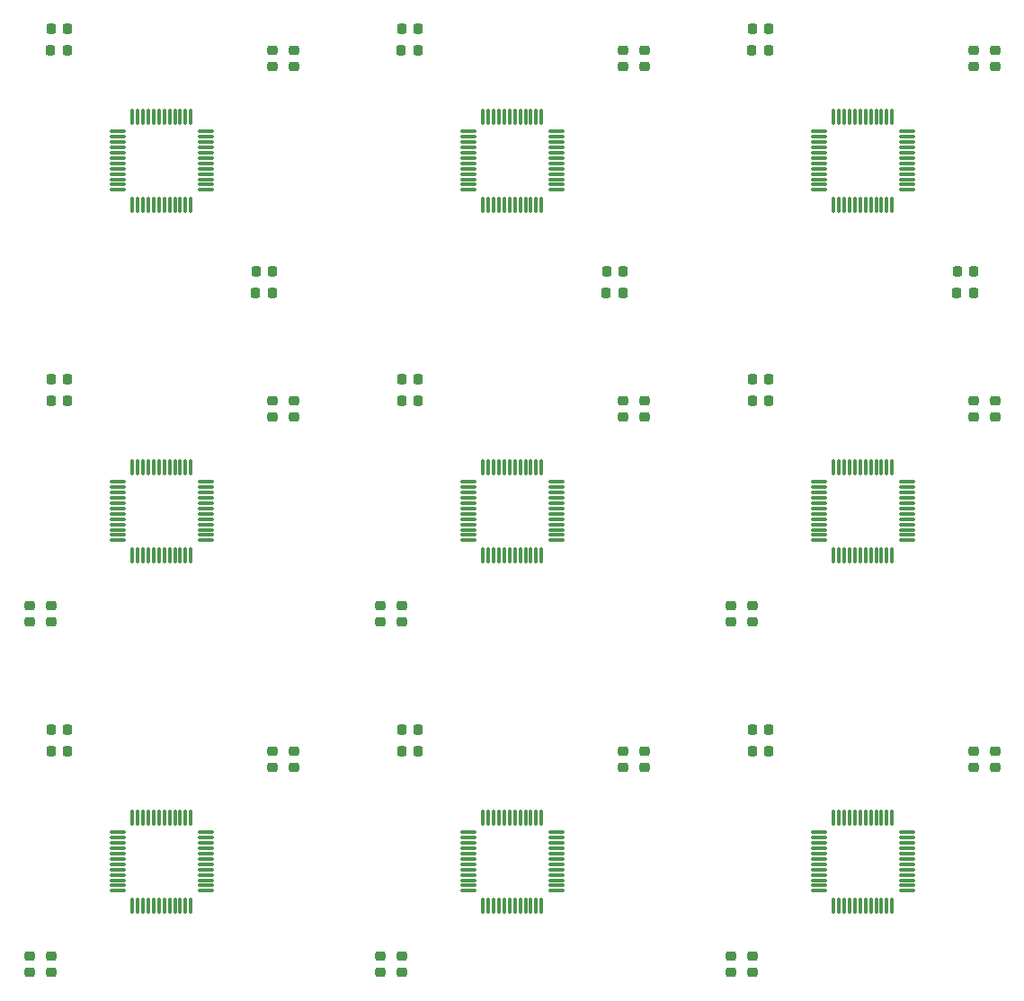
<source format=gbr>
%TF.GenerationSoftware,KiCad,Pcbnew,7.0.8*%
%TF.CreationDate,2024-03-04T23:40:14+01:00*%
%TF.ProjectId,scalenie,7363616c-656e-4696-952e-6b696361645f,rev?*%
%TF.SameCoordinates,Original*%
%TF.FileFunction,Paste,Top*%
%TF.FilePolarity,Positive*%
%FSLAX46Y46*%
G04 Gerber Fmt 4.6, Leading zero omitted, Abs format (unit mm)*
G04 Created by KiCad (PCBNEW 7.0.8) date 2024-03-04 23:40:14*
%MOMM*%
%LPD*%
G01*
G04 APERTURE LIST*
G04 Aperture macros list*
%AMRoundRect*
0 Rectangle with rounded corners*
0 $1 Rounding radius*
0 $2 $3 $4 $5 $6 $7 $8 $9 X,Y pos of 4 corners*
0 Add a 4 corners polygon primitive as box body*
4,1,4,$2,$3,$4,$5,$6,$7,$8,$9,$2,$3,0*
0 Add four circle primitives for the rounded corners*
1,1,$1+$1,$2,$3*
1,1,$1+$1,$4,$5*
1,1,$1+$1,$6,$7*
1,1,$1+$1,$8,$9*
0 Add four rect primitives between the rounded corners*
20,1,$1+$1,$2,$3,$4,$5,0*
20,1,$1+$1,$4,$5,$6,$7,0*
20,1,$1+$1,$6,$7,$8,$9,0*
20,1,$1+$1,$8,$9,$2,$3,0*%
G04 Aperture macros list end*
%ADD10RoundRect,0.075000X0.075000X-0.662500X0.075000X0.662500X-0.075000X0.662500X-0.075000X-0.662500X0*%
%ADD11RoundRect,0.075000X0.662500X-0.075000X0.662500X0.075000X-0.662500X0.075000X-0.662500X-0.075000X0*%
%ADD12RoundRect,0.225000X-0.225000X-0.250000X0.225000X-0.250000X0.225000X0.250000X-0.225000X0.250000X0*%
%ADD13RoundRect,0.225000X0.250000X-0.225000X0.250000X0.225000X-0.250000X0.225000X-0.250000X-0.225000X0*%
%ADD14RoundRect,0.075000X-0.662500X-0.075000X0.662500X-0.075000X0.662500X0.075000X-0.662500X0.075000X0*%
%ADD15RoundRect,0.075000X-0.075000X-0.662500X0.075000X-0.662500X0.075000X0.662500X-0.075000X0.662500X0*%
%ADD16RoundRect,0.225000X-0.250000X0.225000X-0.250000X-0.225000X0.250000X-0.225000X0.250000X0.225000X0*%
G04 APERTURE END LIST*
D10*
%TO.C,U1*%
X143808000Y-160626500D03*
X144308000Y-160626500D03*
X144808000Y-160626500D03*
X145308000Y-160626500D03*
X145808000Y-160626500D03*
X146308000Y-160626500D03*
X146808000Y-160626500D03*
X147308000Y-160626500D03*
X147808000Y-160626500D03*
X148308000Y-160626500D03*
X148808000Y-160626500D03*
X149308000Y-160626500D03*
D11*
X150720500Y-159214000D03*
X150720500Y-158714000D03*
X150720500Y-158214000D03*
X150720500Y-157714000D03*
X150720500Y-157214000D03*
X150720500Y-156714000D03*
X150720500Y-156214000D03*
X150720500Y-155714000D03*
X150720500Y-155214000D03*
X150720500Y-154714000D03*
X150720500Y-154214000D03*
X150720500Y-153714000D03*
D10*
X149308000Y-152301500D03*
X148808000Y-152301500D03*
X148308000Y-152301500D03*
X147808000Y-152301500D03*
X147308000Y-152301500D03*
X146808000Y-152301500D03*
X146308000Y-152301500D03*
X145808000Y-152301500D03*
X145308000Y-152301500D03*
X144808000Y-152301500D03*
X144308000Y-152301500D03*
X143808000Y-152301500D03*
D11*
X142395500Y-153714000D03*
X142395500Y-154214000D03*
X142395500Y-154714000D03*
X142395500Y-155214000D03*
X142395500Y-155714000D03*
X142395500Y-156214000D03*
X142395500Y-156714000D03*
X142395500Y-157214000D03*
X142395500Y-157714000D03*
X142395500Y-158214000D03*
X142395500Y-158714000D03*
X142395500Y-159214000D03*
%TD*%
D12*
%TO.C,C9*%
X136131000Y-146050000D03*
X137681000Y-146050000D03*
%TD*%
D13*
%TO.C,C2*%
X156972000Y-147587000D03*
X156972000Y-146037000D03*
%TD*%
D12*
%TO.C,C4*%
X136144000Y-144018000D03*
X137694000Y-144018000D03*
%TD*%
D13*
%TO.C,C5*%
X159004000Y-147600000D03*
X159004000Y-146050000D03*
%TD*%
%TO.C,C8*%
X136144000Y-166904000D03*
X136144000Y-165354000D03*
%TD*%
%TO.C,C6*%
X134112000Y-166891000D03*
X134112000Y-165341000D03*
%TD*%
D10*
%TO.C,U1*%
X110788000Y-160626500D03*
X111288000Y-160626500D03*
X111788000Y-160626500D03*
X112288000Y-160626500D03*
X112788000Y-160626500D03*
X113288000Y-160626500D03*
X113788000Y-160626500D03*
X114288000Y-160626500D03*
X114788000Y-160626500D03*
X115288000Y-160626500D03*
X115788000Y-160626500D03*
X116288000Y-160626500D03*
D11*
X117700500Y-159214000D03*
X117700500Y-158714000D03*
X117700500Y-158214000D03*
X117700500Y-157714000D03*
X117700500Y-157214000D03*
X117700500Y-156714000D03*
X117700500Y-156214000D03*
X117700500Y-155714000D03*
X117700500Y-155214000D03*
X117700500Y-154714000D03*
X117700500Y-154214000D03*
X117700500Y-153714000D03*
D10*
X116288000Y-152301500D03*
X115788000Y-152301500D03*
X115288000Y-152301500D03*
X114788000Y-152301500D03*
X114288000Y-152301500D03*
X113788000Y-152301500D03*
X113288000Y-152301500D03*
X112788000Y-152301500D03*
X112288000Y-152301500D03*
X111788000Y-152301500D03*
X111288000Y-152301500D03*
X110788000Y-152301500D03*
D11*
X109375500Y-153714000D03*
X109375500Y-154214000D03*
X109375500Y-154714000D03*
X109375500Y-155214000D03*
X109375500Y-155714000D03*
X109375500Y-156214000D03*
X109375500Y-156714000D03*
X109375500Y-157214000D03*
X109375500Y-157714000D03*
X109375500Y-158214000D03*
X109375500Y-158714000D03*
X109375500Y-159214000D03*
%TD*%
D12*
%TO.C,C9*%
X103111000Y-146050000D03*
X104661000Y-146050000D03*
%TD*%
D13*
%TO.C,C2*%
X123952000Y-147587000D03*
X123952000Y-146037000D03*
%TD*%
D12*
%TO.C,C4*%
X103124000Y-144018000D03*
X104674000Y-144018000D03*
%TD*%
D13*
%TO.C,C5*%
X125984000Y-147600000D03*
X125984000Y-146050000D03*
%TD*%
%TO.C,C8*%
X103124000Y-166904000D03*
X103124000Y-165354000D03*
%TD*%
%TO.C,C6*%
X101092000Y-166891000D03*
X101092000Y-165341000D03*
%TD*%
D10*
%TO.C,U1*%
X77768000Y-160626500D03*
X78268000Y-160626500D03*
X78768000Y-160626500D03*
X79268000Y-160626500D03*
X79768000Y-160626500D03*
X80268000Y-160626500D03*
X80768000Y-160626500D03*
X81268000Y-160626500D03*
X81768000Y-160626500D03*
X82268000Y-160626500D03*
X82768000Y-160626500D03*
X83268000Y-160626500D03*
D11*
X84680500Y-159214000D03*
X84680500Y-158714000D03*
X84680500Y-158214000D03*
X84680500Y-157714000D03*
X84680500Y-157214000D03*
X84680500Y-156714000D03*
X84680500Y-156214000D03*
X84680500Y-155714000D03*
X84680500Y-155214000D03*
X84680500Y-154714000D03*
X84680500Y-154214000D03*
X84680500Y-153714000D03*
D10*
X83268000Y-152301500D03*
X82768000Y-152301500D03*
X82268000Y-152301500D03*
X81768000Y-152301500D03*
X81268000Y-152301500D03*
X80768000Y-152301500D03*
X80268000Y-152301500D03*
X79768000Y-152301500D03*
X79268000Y-152301500D03*
X78768000Y-152301500D03*
X78268000Y-152301500D03*
X77768000Y-152301500D03*
D11*
X76355500Y-153714000D03*
X76355500Y-154214000D03*
X76355500Y-154714000D03*
X76355500Y-155214000D03*
X76355500Y-155714000D03*
X76355500Y-156214000D03*
X76355500Y-156714000D03*
X76355500Y-157214000D03*
X76355500Y-157714000D03*
X76355500Y-158214000D03*
X76355500Y-158714000D03*
X76355500Y-159214000D03*
%TD*%
D12*
%TO.C,C9*%
X70091000Y-146050000D03*
X71641000Y-146050000D03*
%TD*%
D13*
%TO.C,C2*%
X90932000Y-147587000D03*
X90932000Y-146037000D03*
%TD*%
D12*
%TO.C,C4*%
X70104000Y-144018000D03*
X71654000Y-144018000D03*
%TD*%
D13*
%TO.C,C5*%
X92964000Y-147600000D03*
X92964000Y-146050000D03*
%TD*%
%TO.C,C8*%
X70104000Y-166904000D03*
X70104000Y-165354000D03*
%TD*%
%TO.C,C6*%
X68072000Y-166891000D03*
X68072000Y-165341000D03*
%TD*%
D10*
%TO.C,U1*%
X143808000Y-127606500D03*
X144308000Y-127606500D03*
X144808000Y-127606500D03*
X145308000Y-127606500D03*
X145808000Y-127606500D03*
X146308000Y-127606500D03*
X146808000Y-127606500D03*
X147308000Y-127606500D03*
X147808000Y-127606500D03*
X148308000Y-127606500D03*
X148808000Y-127606500D03*
X149308000Y-127606500D03*
D11*
X150720500Y-126194000D03*
X150720500Y-125694000D03*
X150720500Y-125194000D03*
X150720500Y-124694000D03*
X150720500Y-124194000D03*
X150720500Y-123694000D03*
X150720500Y-123194000D03*
X150720500Y-122694000D03*
X150720500Y-122194000D03*
X150720500Y-121694000D03*
X150720500Y-121194000D03*
X150720500Y-120694000D03*
D10*
X149308000Y-119281500D03*
X148808000Y-119281500D03*
X148308000Y-119281500D03*
X147808000Y-119281500D03*
X147308000Y-119281500D03*
X146808000Y-119281500D03*
X146308000Y-119281500D03*
X145808000Y-119281500D03*
X145308000Y-119281500D03*
X144808000Y-119281500D03*
X144308000Y-119281500D03*
X143808000Y-119281500D03*
D11*
X142395500Y-120694000D03*
X142395500Y-121194000D03*
X142395500Y-121694000D03*
X142395500Y-122194000D03*
X142395500Y-122694000D03*
X142395500Y-123194000D03*
X142395500Y-123694000D03*
X142395500Y-124194000D03*
X142395500Y-124694000D03*
X142395500Y-125194000D03*
X142395500Y-125694000D03*
X142395500Y-126194000D03*
%TD*%
D12*
%TO.C,C9*%
X136131000Y-113030000D03*
X137681000Y-113030000D03*
%TD*%
D13*
%TO.C,C2*%
X156972000Y-114567000D03*
X156972000Y-113017000D03*
%TD*%
D12*
%TO.C,C4*%
X136144000Y-110998000D03*
X137694000Y-110998000D03*
%TD*%
D13*
%TO.C,C5*%
X159004000Y-114580000D03*
X159004000Y-113030000D03*
%TD*%
%TO.C,C8*%
X136144000Y-133884000D03*
X136144000Y-132334000D03*
%TD*%
%TO.C,C6*%
X134112000Y-133871000D03*
X134112000Y-132321000D03*
%TD*%
D10*
%TO.C,U1*%
X110788000Y-127606500D03*
X111288000Y-127606500D03*
X111788000Y-127606500D03*
X112288000Y-127606500D03*
X112788000Y-127606500D03*
X113288000Y-127606500D03*
X113788000Y-127606500D03*
X114288000Y-127606500D03*
X114788000Y-127606500D03*
X115288000Y-127606500D03*
X115788000Y-127606500D03*
X116288000Y-127606500D03*
D11*
X117700500Y-126194000D03*
X117700500Y-125694000D03*
X117700500Y-125194000D03*
X117700500Y-124694000D03*
X117700500Y-124194000D03*
X117700500Y-123694000D03*
X117700500Y-123194000D03*
X117700500Y-122694000D03*
X117700500Y-122194000D03*
X117700500Y-121694000D03*
X117700500Y-121194000D03*
X117700500Y-120694000D03*
D10*
X116288000Y-119281500D03*
X115788000Y-119281500D03*
X115288000Y-119281500D03*
X114788000Y-119281500D03*
X114288000Y-119281500D03*
X113788000Y-119281500D03*
X113288000Y-119281500D03*
X112788000Y-119281500D03*
X112288000Y-119281500D03*
X111788000Y-119281500D03*
X111288000Y-119281500D03*
X110788000Y-119281500D03*
D11*
X109375500Y-120694000D03*
X109375500Y-121194000D03*
X109375500Y-121694000D03*
X109375500Y-122194000D03*
X109375500Y-122694000D03*
X109375500Y-123194000D03*
X109375500Y-123694000D03*
X109375500Y-124194000D03*
X109375500Y-124694000D03*
X109375500Y-125194000D03*
X109375500Y-125694000D03*
X109375500Y-126194000D03*
%TD*%
D12*
%TO.C,C9*%
X103111000Y-113030000D03*
X104661000Y-113030000D03*
%TD*%
D13*
%TO.C,C2*%
X123952000Y-114567000D03*
X123952000Y-113017000D03*
%TD*%
D12*
%TO.C,C4*%
X103124000Y-110998000D03*
X104674000Y-110998000D03*
%TD*%
D13*
%TO.C,C5*%
X125984000Y-114580000D03*
X125984000Y-113030000D03*
%TD*%
%TO.C,C8*%
X103124000Y-133884000D03*
X103124000Y-132334000D03*
%TD*%
%TO.C,C6*%
X101092000Y-133871000D03*
X101092000Y-132321000D03*
%TD*%
D10*
%TO.C,U1*%
X77768000Y-127606500D03*
X78268000Y-127606500D03*
X78768000Y-127606500D03*
X79268000Y-127606500D03*
X79768000Y-127606500D03*
X80268000Y-127606500D03*
X80768000Y-127606500D03*
X81268000Y-127606500D03*
X81768000Y-127606500D03*
X82268000Y-127606500D03*
X82768000Y-127606500D03*
X83268000Y-127606500D03*
D11*
X84680500Y-126194000D03*
X84680500Y-125694000D03*
X84680500Y-125194000D03*
X84680500Y-124694000D03*
X84680500Y-124194000D03*
X84680500Y-123694000D03*
X84680500Y-123194000D03*
X84680500Y-122694000D03*
X84680500Y-122194000D03*
X84680500Y-121694000D03*
X84680500Y-121194000D03*
X84680500Y-120694000D03*
D10*
X83268000Y-119281500D03*
X82768000Y-119281500D03*
X82268000Y-119281500D03*
X81768000Y-119281500D03*
X81268000Y-119281500D03*
X80768000Y-119281500D03*
X80268000Y-119281500D03*
X79768000Y-119281500D03*
X79268000Y-119281500D03*
X78768000Y-119281500D03*
X78268000Y-119281500D03*
X77768000Y-119281500D03*
D11*
X76355500Y-120694000D03*
X76355500Y-121194000D03*
X76355500Y-121694000D03*
X76355500Y-122194000D03*
X76355500Y-122694000D03*
X76355500Y-123194000D03*
X76355500Y-123694000D03*
X76355500Y-124194000D03*
X76355500Y-124694000D03*
X76355500Y-125194000D03*
X76355500Y-125694000D03*
X76355500Y-126194000D03*
%TD*%
D12*
%TO.C,C9*%
X70091000Y-113030000D03*
X71641000Y-113030000D03*
%TD*%
D13*
%TO.C,C2*%
X90932000Y-114567000D03*
X90932000Y-113017000D03*
%TD*%
D12*
%TO.C,C4*%
X70104000Y-110998000D03*
X71654000Y-110998000D03*
%TD*%
D13*
%TO.C,C5*%
X92964000Y-114580000D03*
X92964000Y-113030000D03*
%TD*%
%TO.C,C8*%
X70104000Y-133884000D03*
X70104000Y-132334000D03*
%TD*%
%TO.C,C6*%
X68072000Y-133871000D03*
X68072000Y-132321000D03*
%TD*%
D14*
%TO.C,U1*%
X142395500Y-87674000D03*
X142395500Y-88174000D03*
X142395500Y-88674000D03*
X142395500Y-89174000D03*
X142395500Y-89674000D03*
X142395500Y-90174000D03*
X142395500Y-90674000D03*
X142395500Y-91174000D03*
X142395500Y-91674000D03*
X142395500Y-92174000D03*
X142395500Y-92674000D03*
X142395500Y-93174000D03*
D15*
X143808000Y-94586500D03*
X144308000Y-94586500D03*
X144808000Y-94586500D03*
X145308000Y-94586500D03*
X145808000Y-94586500D03*
X146308000Y-94586500D03*
X146808000Y-94586500D03*
X147308000Y-94586500D03*
X147808000Y-94586500D03*
X148308000Y-94586500D03*
X148808000Y-94586500D03*
X149308000Y-94586500D03*
D14*
X150720500Y-93174000D03*
X150720500Y-92674000D03*
X150720500Y-92174000D03*
X150720500Y-91674000D03*
X150720500Y-91174000D03*
X150720500Y-90674000D03*
X150720500Y-90174000D03*
X150720500Y-89674000D03*
X150720500Y-89174000D03*
X150720500Y-88674000D03*
X150720500Y-88174000D03*
X150720500Y-87674000D03*
D15*
X149308000Y-86261500D03*
X148808000Y-86261500D03*
X148308000Y-86261500D03*
X147808000Y-86261500D03*
X147308000Y-86261500D03*
X146808000Y-86261500D03*
X146308000Y-86261500D03*
X145808000Y-86261500D03*
X145308000Y-86261500D03*
X144808000Y-86261500D03*
X144308000Y-86261500D03*
X143808000Y-86261500D03*
%TD*%
D16*
%TO.C,C9*%
X156972000Y-79997000D03*
X156972000Y-81547000D03*
%TD*%
D12*
%TO.C,C2*%
X155435000Y-100838000D03*
X156985000Y-100838000D03*
%TD*%
D16*
%TO.C,C4*%
X159004000Y-80010000D03*
X159004000Y-81560000D03*
%TD*%
D12*
%TO.C,C5*%
X155422000Y-102870000D03*
X156972000Y-102870000D03*
%TD*%
%TO.C,C8*%
X136118000Y-80010000D03*
X137668000Y-80010000D03*
%TD*%
%TO.C,C6*%
X136131000Y-77978000D03*
X137681000Y-77978000D03*
%TD*%
D14*
%TO.C,U1*%
X109375500Y-87674000D03*
X109375500Y-88174000D03*
X109375500Y-88674000D03*
X109375500Y-89174000D03*
X109375500Y-89674000D03*
X109375500Y-90174000D03*
X109375500Y-90674000D03*
X109375500Y-91174000D03*
X109375500Y-91674000D03*
X109375500Y-92174000D03*
X109375500Y-92674000D03*
X109375500Y-93174000D03*
D15*
X110788000Y-94586500D03*
X111288000Y-94586500D03*
X111788000Y-94586500D03*
X112288000Y-94586500D03*
X112788000Y-94586500D03*
X113288000Y-94586500D03*
X113788000Y-94586500D03*
X114288000Y-94586500D03*
X114788000Y-94586500D03*
X115288000Y-94586500D03*
X115788000Y-94586500D03*
X116288000Y-94586500D03*
D14*
X117700500Y-93174000D03*
X117700500Y-92674000D03*
X117700500Y-92174000D03*
X117700500Y-91674000D03*
X117700500Y-91174000D03*
X117700500Y-90674000D03*
X117700500Y-90174000D03*
X117700500Y-89674000D03*
X117700500Y-89174000D03*
X117700500Y-88674000D03*
X117700500Y-88174000D03*
X117700500Y-87674000D03*
D15*
X116288000Y-86261500D03*
X115788000Y-86261500D03*
X115288000Y-86261500D03*
X114788000Y-86261500D03*
X114288000Y-86261500D03*
X113788000Y-86261500D03*
X113288000Y-86261500D03*
X112788000Y-86261500D03*
X112288000Y-86261500D03*
X111788000Y-86261500D03*
X111288000Y-86261500D03*
X110788000Y-86261500D03*
%TD*%
D16*
%TO.C,C9*%
X123952000Y-79997000D03*
X123952000Y-81547000D03*
%TD*%
D12*
%TO.C,C2*%
X122415000Y-100838000D03*
X123965000Y-100838000D03*
%TD*%
D16*
%TO.C,C4*%
X125984000Y-80010000D03*
X125984000Y-81560000D03*
%TD*%
D12*
%TO.C,C5*%
X122402000Y-102870000D03*
X123952000Y-102870000D03*
%TD*%
%TO.C,C8*%
X103098000Y-80010000D03*
X104648000Y-80010000D03*
%TD*%
%TO.C,C6*%
X103111000Y-77978000D03*
X104661000Y-77978000D03*
%TD*%
%TO.C,C6*%
X70091000Y-77978000D03*
X71641000Y-77978000D03*
%TD*%
%TO.C,C8*%
X70078000Y-80010000D03*
X71628000Y-80010000D03*
%TD*%
%TO.C,C5*%
X89382000Y-102870000D03*
X90932000Y-102870000D03*
%TD*%
D16*
%TO.C,C4*%
X92964000Y-80010000D03*
X92964000Y-81560000D03*
%TD*%
D12*
%TO.C,C2*%
X89395000Y-100838000D03*
X90945000Y-100838000D03*
%TD*%
D16*
%TO.C,C9*%
X90932000Y-79997000D03*
X90932000Y-81547000D03*
%TD*%
D14*
%TO.C,U1*%
X76355500Y-87674000D03*
X76355500Y-88174000D03*
X76355500Y-88674000D03*
X76355500Y-89174000D03*
X76355500Y-89674000D03*
X76355500Y-90174000D03*
X76355500Y-90674000D03*
X76355500Y-91174000D03*
X76355500Y-91674000D03*
X76355500Y-92174000D03*
X76355500Y-92674000D03*
X76355500Y-93174000D03*
D15*
X77768000Y-94586500D03*
X78268000Y-94586500D03*
X78768000Y-94586500D03*
X79268000Y-94586500D03*
X79768000Y-94586500D03*
X80268000Y-94586500D03*
X80768000Y-94586500D03*
X81268000Y-94586500D03*
X81768000Y-94586500D03*
X82268000Y-94586500D03*
X82768000Y-94586500D03*
X83268000Y-94586500D03*
D14*
X84680500Y-93174000D03*
X84680500Y-92674000D03*
X84680500Y-92174000D03*
X84680500Y-91674000D03*
X84680500Y-91174000D03*
X84680500Y-90674000D03*
X84680500Y-90174000D03*
X84680500Y-89674000D03*
X84680500Y-89174000D03*
X84680500Y-88674000D03*
X84680500Y-88174000D03*
X84680500Y-87674000D03*
D15*
X83268000Y-86261500D03*
X82768000Y-86261500D03*
X82268000Y-86261500D03*
X81768000Y-86261500D03*
X81268000Y-86261500D03*
X80768000Y-86261500D03*
X80268000Y-86261500D03*
X79768000Y-86261500D03*
X79268000Y-86261500D03*
X78768000Y-86261500D03*
X78268000Y-86261500D03*
X77768000Y-86261500D03*
%TD*%
M02*

</source>
